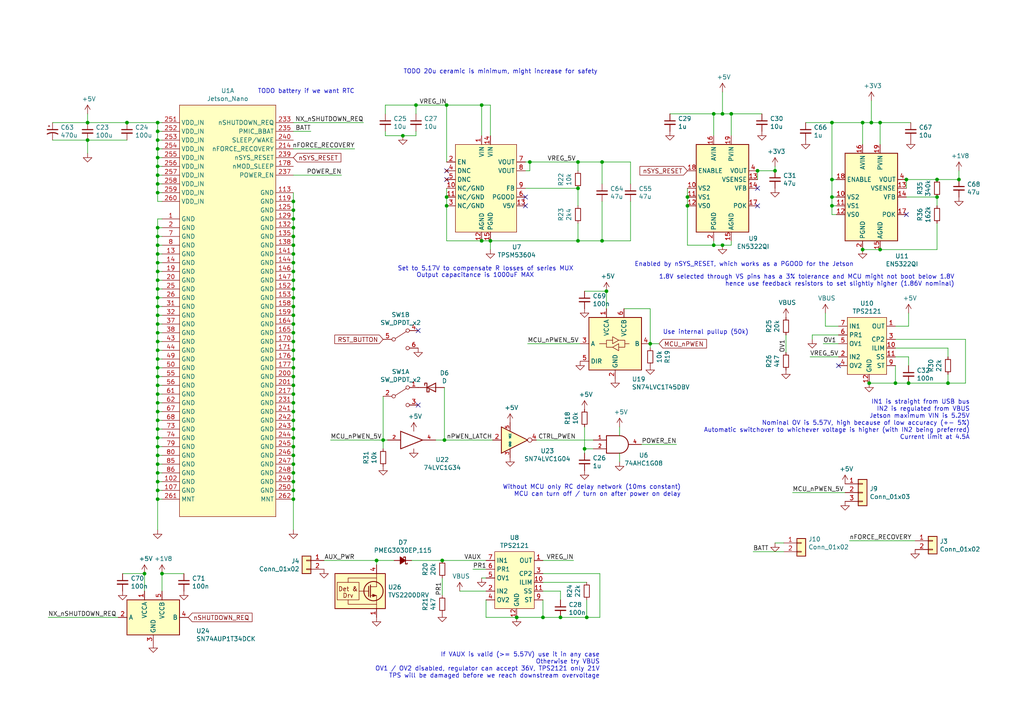
<source format=kicad_sch>
(kicad_sch (version 20200608) (host eeschema "5.99.0-unknown-9d78aa6~101~ubuntu18.04.1")
  (page 2 6)
  (paper "A4")
  (junction (at 25.4 35.56))
  (junction (at 25.4 40.64))
  (junction (at 36.83 35.56))
  (junction (at 41.91 166.37))
  (junction (at 45.72 35.56))
  (junction (at 45.72 38.1))
  (junction (at 45.72 40.64))
  (junction (at 45.72 43.18))
  (junction (at 45.72 45.72))
  (junction (at 45.72 48.26))
  (junction (at 45.72 50.8))
  (junction (at 45.72 53.34))
  (junction (at 45.72 55.88))
  (junction (at 45.72 66.04))
  (junction (at 45.72 68.58))
  (junction (at 45.72 71.12))
  (junction (at 45.72 73.66))
  (junction (at 45.72 76.2))
  (junction (at 45.72 78.74))
  (junction (at 45.72 81.28))
  (junction (at 45.72 83.82))
  (junction (at 45.72 86.36))
  (junction (at 45.72 88.9))
  (junction (at 45.72 91.44))
  (junction (at 45.72 93.98))
  (junction (at 45.72 96.52))
  (junction (at 45.72 99.06))
  (junction (at 45.72 101.6))
  (junction (at 45.72 104.14))
  (junction (at 45.72 106.68))
  (junction (at 45.72 109.22))
  (junction (at 45.72 111.76))
  (junction (at 45.72 114.3))
  (junction (at 45.72 116.84))
  (junction (at 45.72 119.38))
  (junction (at 45.72 121.92))
  (junction (at 45.72 124.46))
  (junction (at 45.72 127))
  (junction (at 45.72 129.54))
  (junction (at 45.72 132.08))
  (junction (at 45.72 134.62))
  (junction (at 45.72 137.16))
  (junction (at 45.72 139.7))
  (junction (at 45.72 142.24))
  (junction (at 45.72 144.78))
  (junction (at 46.99 166.37))
  (junction (at 85.09 58.42))
  (junction (at 85.09 60.96))
  (junction (at 85.09 63.5))
  (junction (at 85.09 66.04))
  (junction (at 85.09 68.58))
  (junction (at 85.09 71.12))
  (junction (at 85.09 73.66))
  (junction (at 85.09 76.2))
  (junction (at 85.09 78.74))
  (junction (at 85.09 81.28))
  (junction (at 85.09 83.82))
  (junction (at 85.09 86.36))
  (junction (at 85.09 88.9))
  (junction (at 85.09 91.44))
  (junction (at 85.09 93.98))
  (junction (at 85.09 96.52))
  (junction (at 85.09 99.06))
  (junction (at 85.09 101.6))
  (junction (at 85.09 104.14))
  (junction (at 85.09 106.68))
  (junction (at 85.09 109.22))
  (junction (at 85.09 111.76))
  (junction (at 85.09 114.3))
  (junction (at 85.09 116.84))
  (junction (at 85.09 119.38))
  (junction (at 85.09 121.92))
  (junction (at 85.09 124.46))
  (junction (at 85.09 127))
  (junction (at 85.09 129.54))
  (junction (at 85.09 132.08))
  (junction (at 85.09 134.62))
  (junction (at 85.09 137.16))
  (junction (at 85.09 139.7))
  (junction (at 85.09 142.24))
  (junction (at 85.09 144.78))
  (junction (at 109.22 162.56))
  (junction (at 111.125 127.635))
  (junction (at 116.84 39.37))
  (junction (at 120.65 30.48))
  (junction (at 128.27 162.56))
  (junction (at 128.905 127.635))
  (junction (at 129.54 30.48))
  (junction (at 129.54 57.15))
  (junction (at 129.54 59.69))
  (junction (at 139.7 30.48))
  (junction (at 139.7 69.85))
  (junction (at 142.24 69.85))
  (junction (at 149.86 179.07))
  (junction (at 153.67 46.99))
  (junction (at 157.48 179.07))
  (junction (at 162.56 179.07))
  (junction (at 167.64 46.99))
  (junction (at 167.64 54.61))
  (junction (at 167.64 69.85))
  (junction (at 169.545 130.175))
  (junction (at 170.18 179.07))
  (junction (at 174.625 46.99))
  (junction (at 174.625 69.85))
  (junction (at 175.895 84.455))
  (junction (at 188.595 99.695))
  (junction (at 199.39 57.15))
  (junction (at 199.39 59.69))
  (junction (at 207.01 33.02))
  (junction (at 207.01 71.12))
  (junction (at 209.55 33.02))
  (junction (at 209.55 71.12))
  (junction (at 212.09 33.02))
  (junction (at 219.71 49.53))
  (junction (at 224.79 49.53))
  (junction (at 241.3 35.56))
  (junction (at 241.3 52.07))
  (junction (at 241.3 57.15))
  (junction (at 241.3 59.69))
  (junction (at 250.19 35.56))
  (junction (at 250.19 72.39))
  (junction (at 252.095 111.125))
  (junction (at 252.73 35.56))
  (junction (at 255.27 35.56))
  (junction (at 255.27 72.39))
  (junction (at 259.715 111.125))
  (junction (at 262.89 52.07))
  (junction (at 263.525 111.125))
  (junction (at 271.78 52.07))
  (junction (at 271.78 57.15))
  (junction (at 274.955 111.125))
  (junction (at 278.13 52.07))
  (no_connect (at 129.54 52.07))
  (no_connect (at 262.89 62.23))
  (no_connect (at 121.285 117.475))
  (no_connect (at 121.285 95.885))
  (no_connect (at 219.71 54.61))
  (no_connect (at 243.205 106.045))
  (no_connect (at 129.54 49.53))
  (no_connect (at 152.4 57.15))
  (no_connect (at 219.71 59.69))
  (no_connect (at 152.4 59.69))
  (wire (pts (xy 13.97 179.07) (xy 34.29 179.07)))
  (wire (pts (xy 15.24 35.56) (xy 25.4 35.56)))
  (wire (pts (xy 15.24 40.64) (xy 25.4 40.64)))
  (wire (pts (xy 25.4 33.02) (xy 25.4 35.56)))
  (wire (pts (xy 25.4 35.56) (xy 36.83 35.56)))
  (wire (pts (xy 25.4 40.64) (xy 25.4 44.45)))
  (wire (pts (xy 25.4 40.64) (xy 36.83 40.64)))
  (wire (pts (xy 35.56 166.37) (xy 41.91 166.37)))
  (wire (pts (xy 36.83 35.56) (xy 45.72 35.56)))
  (wire (pts (xy 41.91 166.37) (xy 41.91 171.45)))
  (wire (pts (xy 45.72 35.56) (xy 45.72 38.1)))
  (wire (pts (xy 45.72 35.56) (xy 46.99 35.56)))
  (wire (pts (xy 45.72 38.1) (xy 45.72 40.64)))
  (wire (pts (xy 45.72 38.1) (xy 46.99 38.1)))
  (wire (pts (xy 45.72 40.64) (xy 45.72 43.18)))
  (wire (pts (xy 45.72 40.64) (xy 46.99 40.64)))
  (wire (pts (xy 45.72 43.18) (xy 45.72 45.72)))
  (wire (pts (xy 45.72 43.18) (xy 46.99 43.18)))
  (wire (pts (xy 45.72 45.72) (xy 45.72 48.26)))
  (wire (pts (xy 45.72 45.72) (xy 46.99 45.72)))
  (wire (pts (xy 45.72 48.26) (xy 45.72 50.8)))
  (wire (pts (xy 45.72 48.26) (xy 46.99 48.26)))
  (wire (pts (xy 45.72 50.8) (xy 45.72 53.34)))
  (wire (pts (xy 45.72 50.8) (xy 46.99 50.8)))
  (wire (pts (xy 45.72 53.34) (xy 45.72 55.88)))
  (wire (pts (xy 45.72 53.34) (xy 46.99 53.34)))
  (wire (pts (xy 45.72 55.88) (xy 45.72 58.42)))
  (wire (pts (xy 45.72 55.88) (xy 46.99 55.88)))
  (wire (pts (xy 45.72 58.42) (xy 46.99 58.42)))
  (wire (pts (xy 45.72 63.5) (xy 45.72 66.04)))
  (wire (pts (xy 45.72 63.5) (xy 46.99 63.5)))
  (wire (pts (xy 45.72 66.04) (xy 45.72 68.58)))
  (wire (pts (xy 45.72 66.04) (xy 46.99 66.04)))
  (wire (pts (xy 45.72 68.58) (xy 45.72 71.12)))
  (wire (pts (xy 45.72 68.58) (xy 46.99 68.58)))
  (wire (pts (xy 45.72 71.12) (xy 45.72 73.66)))
  (wire (pts (xy 45.72 71.12) (xy 46.99 71.12)))
  (wire (pts (xy 45.72 73.66) (xy 45.72 76.2)))
  (wire (pts (xy 45.72 73.66) (xy 46.99 73.66)))
  (wire (pts (xy 45.72 76.2) (xy 45.72 78.74)))
  (wire (pts (xy 45.72 76.2) (xy 46.99 76.2)))
  (wire (pts (xy 45.72 78.74) (xy 45.72 81.28)))
  (wire (pts (xy 45.72 78.74) (xy 46.99 78.74)))
  (wire (pts (xy 45.72 81.28) (xy 45.72 83.82)))
  (wire (pts (xy 45.72 81.28) (xy 46.99 81.28)))
  (wire (pts (xy 45.72 83.82) (xy 45.72 86.36)))
  (wire (pts (xy 45.72 83.82) (xy 46.99 83.82)))
  (wire (pts (xy 45.72 86.36) (xy 45.72 88.9)))
  (wire (pts (xy 45.72 86.36) (xy 46.99 86.36)))
  (wire (pts (xy 45.72 88.9) (xy 45.72 91.44)))
  (wire (pts (xy 45.72 88.9) (xy 46.99 88.9)))
  (wire (pts (xy 45.72 91.44) (xy 45.72 93.98)))
  (wire (pts (xy 45.72 91.44) (xy 46.99 91.44)))
  (wire (pts (xy 45.72 93.98) (xy 45.72 96.52)))
  (wire (pts (xy 45.72 93.98) (xy 46.99 93.98)))
  (wire (pts (xy 45.72 96.52) (xy 45.72 99.06)))
  (wire (pts (xy 45.72 96.52) (xy 46.99 96.52)))
  (wire (pts (xy 45.72 99.06) (xy 45.72 101.6)))
  (wire (pts (xy 45.72 99.06) (xy 46.99 99.06)))
  (wire (pts (xy 45.72 101.6) (xy 45.72 104.14)))
  (wire (pts (xy 45.72 101.6) (xy 46.99 101.6)))
  (wire (pts (xy 45.72 104.14) (xy 45.72 106.68)))
  (wire (pts (xy 45.72 104.14) (xy 46.99 104.14)))
  (wire (pts (xy 45.72 106.68) (xy 45.72 109.22)))
  (wire (pts (xy 45.72 106.68) (xy 46.99 106.68)))
  (wire (pts (xy 45.72 109.22) (xy 45.72 111.76)))
  (wire (pts (xy 45.72 109.22) (xy 46.99 109.22)))
  (wire (pts (xy 45.72 111.76) (xy 45.72 114.3)))
  (wire (pts (xy 45.72 111.76) (xy 46.99 111.76)))
  (wire (pts (xy 45.72 114.3) (xy 45.72 116.84)))
  (wire (pts (xy 45.72 114.3) (xy 46.99 114.3)))
  (wire (pts (xy 45.72 116.84) (xy 45.72 119.38)))
  (wire (pts (xy 45.72 116.84) (xy 46.99 116.84)))
  (wire (pts (xy 45.72 119.38) (xy 45.72 121.92)))
  (wire (pts (xy 45.72 119.38) (xy 46.99 119.38)))
  (wire (pts (xy 45.72 121.92) (xy 45.72 124.46)))
  (wire (pts (xy 45.72 121.92) (xy 46.99 121.92)))
  (wire (pts (xy 45.72 124.46) (xy 45.72 127)))
  (wire (pts (xy 45.72 124.46) (xy 46.99 124.46)))
  (wire (pts (xy 45.72 127) (xy 45.72 129.54)))
  (wire (pts (xy 45.72 127) (xy 46.99 127)))
  (wire (pts (xy 45.72 129.54) (xy 45.72 132.08)))
  (wire (pts (xy 45.72 129.54) (xy 46.99 129.54)))
  (wire (pts (xy 45.72 132.08) (xy 45.72 134.62)))
  (wire (pts (xy 45.72 132.08) (xy 46.99 132.08)))
  (wire (pts (xy 45.72 134.62) (xy 45.72 137.16)))
  (wire (pts (xy 45.72 134.62) (xy 46.99 134.62)))
  (wire (pts (xy 45.72 137.16) (xy 45.72 139.7)))
  (wire (pts (xy 45.72 137.16) (xy 46.99 137.16)))
  (wire (pts (xy 45.72 139.7) (xy 45.72 142.24)))
  (wire (pts (xy 45.72 139.7) (xy 46.99 139.7)))
  (wire (pts (xy 45.72 142.24) (xy 45.72 144.78)))
  (wire (pts (xy 45.72 142.24) (xy 46.99 142.24)))
  (wire (pts (xy 45.72 144.78) (xy 45.72 153.67)))
  (wire (pts (xy 45.72 144.78) (xy 46.99 144.78)))
  (wire (pts (xy 46.99 166.37) (xy 46.99 171.45)))
  (wire (pts (xy 46.99 166.37) (xy 53.34 166.37)))
  (wire (pts (xy 85.09 35.56) (xy 105.41 35.56)))
  (wire (pts (xy 85.09 38.1) (xy 90.17 38.1)))
  (wire (pts (xy 85.09 43.18) (xy 102.87 43.18)))
  (wire (pts (xy 85.09 50.8) (xy 99.06 50.8)))
  (wire (pts (xy 85.09 55.88) (xy 85.09 58.42)))
  (wire (pts (xy 85.09 58.42) (xy 85.09 60.96)))
  (wire (pts (xy 85.09 60.96) (xy 85.09 63.5)))
  (wire (pts (xy 85.09 63.5) (xy 85.09 66.04)))
  (wire (pts (xy 85.09 66.04) (xy 85.09 68.58)))
  (wire (pts (xy 85.09 68.58) (xy 85.09 71.12)))
  (wire (pts (xy 85.09 71.12) (xy 85.09 73.66)))
  (wire (pts (xy 85.09 73.66) (xy 85.09 76.2)))
  (wire (pts (xy 85.09 76.2) (xy 85.09 78.74)))
  (wire (pts (xy 85.09 78.74) (xy 85.09 81.28)))
  (wire (pts (xy 85.09 81.28) (xy 85.09 83.82)))
  (wire (pts (xy 85.09 83.82) (xy 85.09 86.36)))
  (wire (pts (xy 85.09 86.36) (xy 85.09 88.9)))
  (wire (pts (xy 85.09 88.9) (xy 85.09 91.44)))
  (wire (pts (xy 85.09 91.44) (xy 85.09 93.98)))
  (wire (pts (xy 85.09 93.98) (xy 85.09 96.52)))
  (wire (pts (xy 85.09 96.52) (xy 85.09 99.06)))
  (wire (pts (xy 85.09 99.06) (xy 85.09 101.6)))
  (wire (pts (xy 85.09 101.6) (xy 85.09 104.14)))
  (wire (pts (xy 85.09 104.14) (xy 85.09 106.68)))
  (wire (pts (xy 85.09 106.68) (xy 85.09 109.22)))
  (wire (pts (xy 85.09 109.22) (xy 85.09 111.76)))
  (wire (pts (xy 85.09 111.76) (xy 85.09 114.3)))
  (wire (pts (xy 85.09 114.3) (xy 85.09 116.84)))
  (wire (pts (xy 85.09 116.84) (xy 85.09 119.38)))
  (wire (pts (xy 85.09 119.38) (xy 85.09 121.92)))
  (wire (pts (xy 85.09 121.92) (xy 85.09 124.46)))
  (wire (pts (xy 85.09 124.46) (xy 85.09 127)))
  (wire (pts (xy 85.09 127) (xy 85.09 129.54)))
  (wire (pts (xy 85.09 129.54) (xy 85.09 132.08)))
  (wire (pts (xy 85.09 132.08) (xy 85.09 134.62)))
  (wire (pts (xy 85.09 134.62) (xy 85.09 137.16)))
  (wire (pts (xy 85.09 137.16) (xy 85.09 139.7)))
  (wire (pts (xy 85.09 139.7) (xy 85.09 142.24)))
  (wire (pts (xy 85.09 142.24) (xy 85.09 144.78)))
  (wire (pts (xy 85.09 144.78) (xy 85.09 153.67)))
  (wire (pts (xy 93.98 162.56) (xy 109.22 162.56)))
  (wire (pts (xy 95.885 127.635) (xy 111.125 127.635)))
  (wire (pts (xy 109.22 162.56) (xy 109.22 163.83)))
  (wire (pts (xy 109.22 162.56) (xy 114.3 162.56)))
  (wire (pts (xy 111.125 114.935) (xy 111.125 127.635)))
  (wire (pts (xy 111.125 127.635) (xy 111.125 130.175)))
  (wire (pts (xy 111.125 127.635) (xy 112.395 127.635)))
  (wire (pts (xy 111.76 30.48) (xy 111.76 33.02)))
  (wire (pts (xy 111.76 39.37) (xy 111.76 38.1)))
  (wire (pts (xy 111.76 39.37) (xy 116.84 39.37)))
  (wire (pts (xy 116.84 39.37) (xy 120.65 39.37)))
  (wire (pts (xy 119.38 162.56) (xy 128.27 162.56)))
  (wire (pts (xy 120.65 30.48) (xy 111.76 30.48)))
  (wire (pts (xy 120.65 30.48) (xy 120.65 33.02)))
  (wire (pts (xy 120.65 39.37) (xy 120.65 38.1)))
  (wire (pts (xy 126.365 127.635) (xy 128.905 127.635)))
  (wire (pts (xy 128.27 162.56) (xy 140.97 162.56)))
  (wire (pts (xy 128.27 167.64) (xy 128.27 172.72)))
  (wire (pts (xy 128.905 127.635) (xy 128.905 112.395)))
  (wire (pts (xy 128.905 127.635) (xy 142.875 127.635)))
  (wire (pts (xy 129.54 30.48) (xy 120.65 30.48)))
  (wire (pts (xy 129.54 30.48) (xy 129.54 46.99)))
  (wire (pts (xy 129.54 54.61) (xy 129.54 57.15)))
  (wire (pts (xy 129.54 57.15) (xy 129.54 59.69)))
  (wire (pts (xy 129.54 59.69) (xy 129.54 69.85)))
  (wire (pts (xy 133.35 171.45) (xy 140.97 171.45)))
  (wire (pts (xy 137.16 165.1) (xy 140.97 165.1)))
  (wire (pts (xy 139.7 30.48) (xy 129.54 30.48)))
  (wire (pts (xy 139.7 39.37) (xy 139.7 30.48)))
  (wire (pts (xy 139.7 69.85) (xy 129.54 69.85)))
  (wire (pts (xy 139.7 167.64) (xy 140.97 167.64)))
  (wire (pts (xy 140.97 179.07) (xy 140.97 173.99)))
  (wire (pts (xy 142.24 30.48) (xy 139.7 30.48)))
  (wire (pts (xy 142.24 39.37) (xy 142.24 30.48)))
  (wire (pts (xy 142.24 69.85) (xy 139.7 69.85)))
  (wire (pts (xy 142.24 69.85) (xy 142.24 72.39)))
  (wire (pts (xy 149.86 179.07) (xy 140.97 179.07)))
  (wire (pts (xy 149.86 179.07) (xy 157.48 179.07)))
  (wire (pts (xy 152.4 46.99) (xy 153.67 46.99)))
  (wire (pts (xy 152.4 49.53) (xy 153.67 49.53)))
  (wire (pts (xy 152.4 54.61) (xy 167.64 54.61)))
  (wire (pts (xy 153.035 99.695) (xy 168.275 99.695)))
  (wire (pts (xy 153.67 46.99) (xy 167.64 46.99)))
  (wire (pts (xy 153.67 49.53) (xy 153.67 46.99)))
  (wire (pts (xy 155.575 127.635) (xy 172.085 127.635)))
  (wire (pts (xy 157.48 162.56) (xy 166.37 162.56)))
  (wire (pts (xy 157.48 166.37) (xy 173.99 166.37)))
  (wire (pts (xy 157.48 168.91) (xy 170.18 168.91)))
  (wire (pts (xy 157.48 171.45) (xy 162.56 171.45)))
  (wire (pts (xy 157.48 173.99) (xy 157.48 179.07)))
  (wire (pts (xy 157.48 179.07) (xy 162.56 179.07)))
  (wire (pts (xy 162.56 171.45) (xy 162.56 173.99)))
  (wire (pts (xy 162.56 179.07) (xy 170.18 179.07)))
  (wire (pts (xy 167.64 46.99) (xy 167.64 49.53)))
  (wire (pts (xy 167.64 46.99) (xy 174.625 46.99)))
  (wire (pts (xy 167.64 54.61) (xy 167.64 59.69)))
  (wire (pts (xy 167.64 64.77) (xy 167.64 69.85)))
  (wire (pts (xy 167.64 69.85) (xy 142.24 69.85)))
  (wire (pts (xy 167.64 69.85) (xy 174.625 69.85)))
  (wire (pts (xy 169.545 84.455) (xy 175.895 84.455)))
  (wire (pts (xy 169.545 123.825) (xy 169.545 130.175)))
  (wire (pts (xy 169.545 130.175) (xy 169.545 131.445)))
  (wire (pts (xy 169.545 130.175) (xy 172.085 130.175)))
  (wire (pts (xy 170.18 173.99) (xy 170.18 179.07)))
  (wire (pts (xy 170.18 179.07) (xy 173.99 179.07)))
  (wire (pts (xy 173.99 166.37) (xy 173.99 179.07)))
  (wire (pts (xy 174.625 46.99) (xy 182.88 46.99)))
  (wire (pts (xy 174.625 53.34) (xy 174.625 46.99)))
  (wire (pts (xy 174.625 58.42) (xy 174.625 69.85)))
  (wire (pts (xy 174.625 69.85) (xy 182.88 69.85)))
  (wire (pts (xy 175.895 84.455) (xy 175.895 89.535)))
  (wire (pts (xy 179.705 123.825) (xy 179.705 126.365)))
  (wire (pts (xy 179.705 131.445) (xy 179.705 133.985)))
  (wire (pts (xy 180.975 89.535) (xy 188.595 89.535)))
  (wire (pts (xy 182.88 46.99) (xy 182.88 53.34)))
  (wire (pts (xy 182.88 58.42) (xy 182.88 69.85)))
  (wire (pts (xy 186.055 128.905) (xy 196.215 128.905)))
  (wire (pts (xy 188.595 89.535) (xy 188.595 99.695)))
  (wire (pts (xy 188.595 99.695) (xy 188.595 100.965)))
  (wire (pts (xy 188.595 99.695) (xy 191.135 99.695)))
  (wire (pts (xy 194.31 33.02) (xy 207.01 33.02)))
  (wire (pts (xy 199.39 54.61) (xy 199.39 57.15)))
  (wire (pts (xy 199.39 57.15) (xy 199.39 59.69)))
  (wire (pts (xy 199.39 59.69) (xy 199.39 71.12)))
  (wire (pts (xy 199.39 71.12) (xy 207.01 71.12)))
  (wire (pts (xy 207.01 39.37) (xy 207.01 33.02)))
  (wire (pts (xy 207.01 69.85) (xy 207.01 71.12)))
  (wire (pts (xy 207.01 71.12) (xy 209.55 71.12)))
  (wire (pts (xy 209.55 26.67) (xy 209.55 33.02)))
  (wire (pts (xy 209.55 33.02) (xy 207.01 33.02)))
  (wire (pts (xy 209.55 71.12) (xy 212.09 71.12)))
  (wire (pts (xy 212.09 33.02) (xy 209.55 33.02)))
  (wire (pts (xy 212.09 33.02) (xy 220.98 33.02)))
  (wire (pts (xy 212.09 39.37) (xy 212.09 33.02)))
  (wire (pts (xy 212.09 69.85) (xy 212.09 71.12)))
  (wire (pts (xy 218.44 160.02) (xy 227.33 160.02)))
  (wire (pts (xy 219.71 49.53) (xy 219.71 52.07)))
  (wire (pts (xy 219.71 49.53) (xy 224.79 49.53)))
  (wire (pts (xy 224.79 48.26) (xy 224.79 49.53)))
  (wire (pts (xy 224.79 157.48) (xy 227.33 157.48)))
  (wire (pts (xy 227.965 97.155) (xy 227.965 102.235)))
  (wire (pts (xy 229.87 142.875) (xy 245.11 142.875)))
  (wire (pts (xy 233.68 35.56) (xy 241.3 35.56)))
  (wire (pts (xy 234.95 103.505) (xy 243.205 103.505)))
  (wire (pts (xy 235.585 97.155) (xy 243.205 97.155)))
  (wire (pts (xy 235.585 98.425) (xy 235.585 97.155)))
  (wire (pts (xy 238.76 99.695) (xy 243.205 99.695)))
  (wire (pts (xy 239.395 94.615) (xy 239.395 90.805)))
  (wire (pts (xy 241.3 35.56) (xy 241.3 52.07)))
  (wire (pts (xy 241.3 35.56) (xy 250.19 35.56)))
  (wire (pts (xy 241.3 52.07) (xy 241.3 57.15)))
  (wire (pts (xy 241.3 52.07) (xy 242.57 52.07)))
  (wire (pts (xy 241.3 57.15) (xy 241.3 59.69)))
  (wire (pts (xy 241.3 57.15) (xy 242.57 57.15)))
  (wire (pts (xy 241.3 59.69) (xy 241.3 62.23)))
  (wire (pts (xy 241.3 59.69) (xy 242.57 59.69)))
  (wire (pts (xy 241.3 62.23) (xy 242.57 62.23)))
  (wire (pts (xy 243.205 94.615) (xy 239.395 94.615)))
  (wire (pts (xy 246.38 156.845) (xy 265.43 156.845)))
  (wire (pts (xy 250.19 41.91) (xy 250.19 35.56)))
  (wire (pts (xy 250.19 72.39) (xy 255.27 72.39)))
  (wire (pts (xy 252.73 29.21) (xy 252.73 35.56)))
  (wire (pts (xy 252.73 35.56) (xy 250.19 35.56)))
  (wire (pts (xy 255.27 35.56) (xy 252.73 35.56)))
  (wire (pts (xy 255.27 35.56) (xy 264.16 35.56)))
  (wire (pts (xy 255.27 41.91) (xy 255.27 35.56)))
  (wire (pts (xy 255.27 72.39) (xy 271.78 72.39)))
  (wire (pts (xy 259.715 94.615) (xy 263.525 94.615)))
  (wire (pts (xy 259.715 98.425) (xy 280.035 98.425)))
  (wire (pts (xy 259.715 100.965) (xy 274.955 100.965)))
  (wire (pts (xy 259.715 103.505) (xy 263.525 103.505)))
  (wire (pts (xy 259.715 106.045) (xy 259.715 111.125)))
  (wire (pts (xy 259.715 111.125) (xy 252.095 111.125)))
  (wire (pts (xy 259.715 111.125) (xy 263.525 111.125)))
  (wire (pts (xy 262.89 52.07) (xy 262.89 54.61)))
  (wire (pts (xy 262.89 52.07) (xy 271.78 52.07)))
  (wire (pts (xy 262.89 57.15) (xy 271.78 57.15)))
  (wire (pts (xy 263.525 94.615) (xy 263.525 90.805)))
  (wire (pts (xy 263.525 103.505) (xy 263.525 106.045)))
  (wire (pts (xy 263.525 111.125) (xy 274.955 111.125)))
  (wire (pts (xy 271.78 52.07) (xy 278.13 52.07)))
  (wire (pts (xy 271.78 57.15) (xy 271.78 59.69)))
  (wire (pts (xy 271.78 64.77) (xy 271.78 72.39)))
  (wire (pts (xy 274.955 100.965) (xy 274.955 103.505)))
  (wire (pts (xy 274.955 111.125) (xy 274.955 108.585)))
  (wire (pts (xy 278.13 49.53) (xy 278.13 52.07)))
  (wire (pts (xy 280.035 98.425) (xy 280.035 111.125)))
  (wire (pts (xy 280.035 111.125) (xy 274.955 111.125)))
  (text "TODO battery if we want RTC" (at 102.87 27.305 180) (effects (font (size 1.27 1.27)) (justify right bottom)))
  (text "Output capacitance is 1000uF MAX" (at 154.94 80.645 180) (effects (font (size 1.27 1.27)) (justify right bottom)))
  (text "Set to 5.17V to compensate R losses of series MUX" (at 166.37 78.74 180) (effects (font (size 1.27 1.27)) (justify right bottom)))
  (text "TODO 20u ceramic is minimum, might increase for safety" (at 173.355 21.59 0) (effects (font (size 1.27 1.27)) (justify right bottom)))
  (text "If VAUX is valid (>= 5.57V) use it in any case\nOtherwise try VBUS\nOV1 / OV2 disabled, regulator can accept 36V, TPS2121 only 21V\nTPS will be damaged before we reach downstream overvoltage" (at 173.99 196.85 0) (effects (font (size 1.27 1.27)) (justify right bottom)))
  (text "Without MCU only RC delay network (10ms constant)\nMCU can turn off / turn on after power on delay" (at 197.485 144.145 0) (effects (font (size 1.27 1.27)) (justify right bottom)))
  (text "Use internal pullup (50k)" (at 217.17 97.155 180) (effects (font (size 1.27 1.27)) (justify right bottom)))
  (text "Enabled by nSYS_RESET, which works as a PGOOD for the Jetson" (at 247.65 77.47 0) (effects (font (size 1.27 1.27)) (justify right bottom)))
  (text "1.8V selected through VS pins has a 3% tolerance and MCU might not boot below 1.8V\nhence use feedback resistors to set slightly higher (1.86V nominal)" (at 276.86 83.185 0) (effects (font (size 1.27 1.27)) (justify right bottom)))
  (text "IN1 is straight from USB bus\nIN2 is regulated from VBUS\nJetson maximum VIN is 5.25V\nNominal OV is 5.57V, high because of low accuracy (+- 5%)\nAutomatic switchover to whichever voltage is higher (with IN2 being preferred)\nCurrent limit at 4.5A" (at 281.305 127.635 0) (effects (font (size 1.27 1.27)) (justify right bottom)))
  (label "NX_nSHUTDOWN_REQ" (at 13.97 179.07 0))
  (label "BATT" (at 90.17 38.1 180))
  (label "MCU_nPWEN_5V" (at 95.885 127.635 0))
  (label "POWER_EN" (at 99.06 50.8 180))
  (label "nFORCE_RECOVERY" (at 102.87 43.18 180))
  (label "AUX_PWR" (at 102.87 162.56 180))
  (label "NX_nSHUTDOWN_REQ" (at 105.41 35.56 180))
  (label "PR1" (at 128.27 172.72 90))
  (label "VREG_IN" (at 129.54 30.48 180))
  (label "nPWEN_LATCH" (at 129.54 127.635 0))
  (label "VAUX" (at 134.62 162.56 0))
  (label "PR1" (at 137.16 165.1 0))
  (label "MCU_nPWEN_5V" (at 153.035 99.695 0))
  (label "VREG_IN" (at 166.37 162.56 180))
  (label "VREG_5V" (at 167.005 46.99 180))
  (label "CTRL_PWEN" (at 167.005 127.635 180))
  (label "POWER_EN" (at 196.215 128.905 180))
  (label "BATT" (at 218.44 160.02 0))
  (label "OV1" (at 227.965 102.235 90))
  (label "MCU_nPWEN_5V" (at 229.87 142.875 0))
  (label "VREG_5V" (at 234.95 103.505 0))
  (label "OV1" (at 238.76 99.695 0))
  (label "nFORCE_RECOVERY" (at 246.38 156.845 0))
  (global_label "nSHUTDOWN_REQ" (shape input) (at 54.61 179.07 0))
  (global_label "nSYS_RESET" (shape input) (at 85.09 45.72 0))
  (global_label "RST_BUTTON" (shape input) (at 111.125 98.425 180))
  (global_label "MCU_nPWEN" (shape input) (at 191.135 99.695 0))
  (global_label "nSYS_RESET" (shape input) (at 199.39 49.53 180))
  (symbol (lib_id "power:+5V") (at 25.4 33.02 0) (unit 1)
    (property "Reference" "#PWR0146" (effects hide))
    (property "Value" "+5V" (at 25.781 28.702 0))
  )
  (symbol (lib_id "power:+5V") (at 41.91 166.37 0) (unit 1)
    (property "Reference" "#PWR0162" (effects hide))
    (property "Value" "+5V" (at 42.291 162.052 0))
  )
  (symbol (lib_id "power:+1V8") (at 46.99 166.37 0) (unit 1)
    (property "Reference" "#PWR0163" (effects hide))
    (property "Value" "+1V8" (at 47.3583 162.0456 0))
  )
  (symbol (lib_id "power:+5V") (at 120.015 125.095 0) (unit 1)
    (property "Reference" "#PWR0227" (effects hide))
    (property "Value" "+5V" (at 120.396 120.777 0))
  )
  (symbol (lib_id "power:VBUS") (at 133.35 171.45 0) (unit 1)
    (property "Reference" "#PWR0152" (effects hide))
    (property "Value" "VBUS" (at 133.731 167.132 0))
  )
  (symbol (lib_id "power:+5V") (at 147.955 122.555 0) (unit 1)
    (property "Reference" "#PWR0230" (effects hide))
    (property "Value" "+5V" (at 148.336 118.237 0))
  )
  (symbol (lib_id "power:+5V") (at 169.545 118.745 0) (unit 1)
    (property "Reference" "#PWR0174" (effects hide))
    (property "Value" "+5V" (at 169.926 114.427 0))
  )
  (symbol (lib_id "power:+5V") (at 175.895 84.455 0) (unit 1)
    (property "Reference" "#PWR0198" (effects hide))
    (property "Value" "+5V" (at 176.276 80.137 0))
  )
  (symbol (lib_id "power:+5V") (at 179.705 123.825 0) (unit 1)
    (property "Reference" "#PWR0196" (effects hide))
    (property "Value" "+5V" (at 180.086 119.507 0))
  )
  (symbol (lib_id "power:+5V") (at 209.55 26.67 0) (unit 1)
    (property "Reference" "#PWR0134" (effects hide))
    (property "Value" "+5V" (at 209.931 22.352 0))
  )
  (symbol (lib_id "power:+3V3") (at 224.79 48.26 0) (unit 1)
    (property "Reference" "#PWR0175" (effects hide))
    (property "Value" "+3V3" (at 225.171 43.942 0))
  )
  (symbol (lib_id "power:VBUS") (at 227.965 92.075 0) (unit 1)
    (property "Reference" "#PWR0158" (effects hide))
    (property "Value" "VBUS" (at 228.346 87.757 0))
  )
  (symbol (lib_id "power:VBUS") (at 239.395 90.805 0) (unit 1)
    (property "Reference" "#PWR0143" (effects hide))
    (property "Value" "VBUS" (at 239.776 86.487 0))
  )
  (symbol (lib_id "power:+5V") (at 245.11 140.335 0) (unit 1)
    (property "Reference" "#PWR0244" (effects hide))
    (property "Value" "+5V" (at 245.491 136.017 0))
  )
  (symbol (lib_id "power:+3V3") (at 252.73 29.21 0) (unit 1)
    (property "Reference" "#PWR0126" (effects hide))
    (property "Value" "+3V3" (at 253.111 24.892 0))
  )
  (symbol (lib_id "power:+5V") (at 263.525 90.805 0) (unit 1)
    (property "Reference" "#PWR0141" (effects hide))
    (property "Value" "+5V" (at 263.906 86.487 0))
  )
  (symbol (lib_id "power:+1V8") (at 278.13 49.53 0) (unit 1)
    (property "Reference" "#PWR0232" (effects hide))
    (property "Value" "+1V8" (at 278.4983 45.2056 0))
  )
  (symbol (lib_id "power:GND") (at 25.4 44.45 0) (unit 1)
    (property "Reference" "#PWR0147" (effects hide))
    (property "Value" "GND" (effects hide))
  )
  (symbol (lib_id "power:GND") (at 35.56 171.45 0) (unit 1)
    (property "Reference" "#PWR0139" (effects hide))
    (property "Value" "GND" (effects hide))
  )
  (symbol (lib_id "power:GND") (at 44.45 186.69 0) (unit 1)
    (property "Reference" "#PWR0164" (effects hide))
    (property "Value" "GND" (effects hide))
  )
  (symbol (lib_id "power:GND") (at 45.72 153.67 0) (unit 1)
    (property "Reference" "#PWR0102" (effects hide))
    (property "Value" "GND" (effects hide))
  )
  (symbol (lib_id "power:GND") (at 53.34 171.45 0) (unit 1)
    (property "Reference" "#PWR0140" (effects hide))
    (property "Value" "GND" (effects hide))
  )
  (symbol (lib_id "power:GND") (at 85.09 153.67 0) (unit 1)
    (property "Reference" "#PWR0101" (effects hide))
    (property "Value" "GND" (effects hide))
  )
  (symbol (lib_id "power:GND") (at 93.98 165.1 0) (unit 1)
    (property "Reference" "#PWR0151" (effects hide))
    (property "Value" "GND" (effects hide))
  )
  (symbol (lib_id "power:GND") (at 109.22 179.07 0) (unit 1)
    (property "Reference" "#PWR0242" (effects hide))
    (property "Value" "GND" (effects hide))
  )
  (symbol (lib_id "power:GND") (at 111.125 135.255 0) (unit 1)
    (property "Reference" "#PWR0228" (effects hide))
    (property "Value" "GND" (effects hide))
  )
  (symbol (lib_id "power:GND") (at 116.84 39.37 0) (unit 1)
    (property "Reference" "#PWR0156" (effects hide))
    (property "Value" "GND" (effects hide))
  )
  (symbol (lib_id "power:GND") (at 120.015 130.175 0) (unit 1)
    (property "Reference" "#PWR0229" (effects hide))
    (property "Value" "GND" (effects hide))
  )
  (symbol (lib_id "power:GND") (at 121.285 100.965 0) (unit 1)
    (property "Reference" "#PWR0132" (effects hide))
    (property "Value" "GND" (effects hide))
  )
  (symbol (lib_id "power:GND") (at 128.27 177.8 0) (unit 1)
    (property "Reference" "#PWR0155" (effects hide))
    (property "Value" "GND" (effects hide))
  )
  (symbol (lib_id "power:GND") (at 139.7 167.64 0) (unit 1)
    (property "Reference" "#PWR0222" (effects hide))
    (property "Value" "GND" (effects hide))
  )
  (symbol (lib_id "power:GND") (at 142.24 72.39 0) (unit 1)
    (property "Reference" "#PWR0157" (effects hide))
    (property "Value" "GND" (effects hide))
  )
  (symbol (lib_id "power:GND") (at 147.955 132.715 0) (unit 1)
    (property "Reference" "#PWR0231" (effects hide))
    (property "Value" "GND" (effects hide))
  )
  (symbol (lib_id "power:GND") (at 149.86 179.07 0) (unit 1)
    (property "Reference" "#PWR0150" (effects hide))
    (property "Value" "GND" (effects hide))
  )
  (symbol (lib_id "power:GND") (at 168.275 104.775 0) (unit 1)
    (property "Reference" "#PWR0223" (effects hide))
    (property "Value" "GND" (effects hide))
  )
  (symbol (lib_id "power:GND") (at 169.545 89.535 0) (unit 1)
    (property "Reference" "#PWR0224" (effects hide))
    (property "Value" "GND" (effects hide))
  )
  (symbol (lib_id "power:GND") (at 169.545 136.525 0) (unit 1)
    (property "Reference" "#PWR0148" (effects hide))
    (property "Value" "GND" (effects hide))
  )
  (symbol (lib_id "power:GND") (at 178.435 109.855 0) (unit 1)
    (property "Reference" "#PWR0225" (effects hide))
    (property "Value" "GND" (effects hide))
  )
  (symbol (lib_id "power:GND") (at 179.705 133.985 0) (unit 1)
    (property "Reference" "#PWR0149" (effects hide))
    (property "Value" "GND" (effects hide))
  )
  (symbol (lib_id "power:GND") (at 188.595 106.045 0) (unit 1)
    (property "Reference" "#PWR0226" (effects hide))
    (property "Value" "GND" (effects hide))
  )
  (symbol (lib_id "power:GND") (at 194.31 38.1 0) (unit 1)
    (property "Reference" "#PWR0160" (effects hide))
    (property "Value" "GND" (effects hide))
  )
  (symbol (lib_id "power:GND") (at 209.55 71.12 0) (unit 1)
    (property "Reference" "#PWR0131" (effects hide))
    (property "Value" "GND" (effects hide))
  )
  (symbol (lib_id "power:GND") (at 220.98 38.1 0) (unit 1)
    (property "Reference" "#PWR0176" (effects hide))
    (property "Value" "GND" (effects hide))
  )
  (symbol (lib_id "power:GND") (at 224.79 54.61 0) (unit 1)
    (property "Reference" "#PWR0177" (effects hide))
    (property "Value" "GND" (effects hide))
  )
  (symbol (lib_id "power:GND") (at 224.79 157.48 0) (unit 1)
    (property "Reference" "#PWR0241" (effects hide))
    (property "Value" "GND" (effects hide))
  )
  (symbol (lib_id "power:GND") (at 227.965 107.315 0) (unit 1)
    (property "Reference" "#PWR0154" (effects hide))
    (property "Value" "GND" (effects hide))
  )
  (symbol (lib_id "power:GND") (at 233.68 40.64 0) (unit 1)
    (property "Reference" "#PWR0169" (effects hide))
    (property "Value" "GND" (effects hide))
  )
  (symbol (lib_id "power:GND") (at 235.585 98.425 0) (unit 1)
    (property "Reference" "#PWR0144" (effects hide))
    (property "Value" "GND" (effects hide))
  )
  (symbol (lib_id "power:GND") (at 245.11 145.415 0) (unit 1)
    (property "Reference" "#PWR0245" (effects hide))
    (property "Value" "GND" (effects hide))
  )
  (symbol (lib_id "power:GND") (at 250.19 72.39 0) (unit 1)
    (property "Reference" "#PWR0136" (effects hide))
    (property "Value" "GND" (effects hide))
  )
  (symbol (lib_id "power:GND") (at 252.095 111.125 0) (unit 1)
    (property "Reference" "#PWR0142" (effects hide))
    (property "Value" "GND" (effects hide))
  )
  (symbol (lib_id "power:GND") (at 264.16 40.64 0) (unit 1)
    (property "Reference" "#PWR0138" (effects hide))
    (property "Value" "GND" (effects hide))
  )
  (symbol (lib_id "power:GND") (at 265.43 159.385 0) (unit 1)
    (property "Reference" "#PWR0130" (effects hide))
    (property "Value" "GND" (effects hide))
  )
  (symbol (lib_id "power:GND") (at 278.13 57.15 0) (unit 1)
    (property "Reference" "#PWR0137" (effects hide))
    (property "Value" "GND" (effects hide))
  )
  (symbol (lib_id "Device:R_Small") (at 111.125 132.715 0) (unit 1)
    (property "Reference" "R31" (at 106.172 132.715 90))
    (property "Value" "10k" (at 108.4834 132.715 90))
    (property "Footprint" "Resistor_SMD:R_0402_1005Metric" (effects hide))
    (property "D1N" "Digikey" (effects hide))
    (property "D1PN" "P10KDECT-ND" (effects hide))
    (property "MFN" "Panasonic" (effects hide))
    (property "MPN" "ERA-2AED103X" (effects hide))
  )
  (symbol (lib_name "Device:R_Small_5") (lib_id "Device:R_Small") (at 128.27 165.1 0) (unit 1)
    (property "Reference" "R20" (at 123.317 165.1 90))
    (property "Value" "20k" (at 125.6284 165.1 90))
    (property "Footprint" "Resistor_SMD:R_0402_1005Metric" (effects hide))
    (property "D1N" "Digikey" (effects hide))
    (property "D1PN" "P10KDECT-ND" (effects hide))
    (property "MFN" "Panasonic" (effects hide))
    (property "MPN" "ERA-2AED103X" (effects hide))
  )
  (symbol (lib_name "Device:R_Small_6") (lib_id "Device:R_Small") (at 128.27 175.26 0) (unit 1)
    (property "Reference" "R21" (at 123.317 175.26 90))
    (property "Value" "4k7" (at 125.6284 175.26 90))
    (property "Footprint" "Resistor_SMD:R_0402_1005Metric" (effects hide))
    (property "D1N" "Digikey" (effects hide))
    (property "D1PN" "P4.70KLCT-ND" (effects hide))
    (property "MFN" "Panasonic" (effects hide))
    (property "MPN" "ERJ-2RKF4701X" (effects hide))
  )
  (symbol (lib_id "Device:R_Small") (at 167.64 52.07 0) (unit 1)
    (property "Reference" "R22" (at 162.687 52.07 90))
    (property "Value" "10k" (at 164.9984 52.07 90))
    (property "Footprint" "Resistor_SMD:R_0402_1005Metric" (effects hide))
    (property "D1N" "Digikey" (effects hide))
    (property "D1PN" "P10KDECT-ND" (effects hide))
    (property "MFN" "Panasonic" (effects hide))
    (property "MPN" "ERA-2AED103X" (effects hide))
  )
  (symbol (lib_id "Device:R_Small") (at 167.64 62.23 0) (unit 1)
    (property "Reference" "R23" (at 162.687 62.23 90))
    (property "Value" "2k4" (at 164.9984 62.23 90))
    (property "Footprint" "Resistor_SMD:R_0402_1005Metric" (effects hide))
    (property "D1N" "Digikey" (effects hide))
    (property "D1PN" "P2.4KDECT-ND" (effects hide))
    (property "MFN" "Panasonic" (effects hide))
    (property "MPN" "ERA-2AED242X" (effects hide))
  )
  (symbol (lib_id "Device:R_Small") (at 169.545 121.285 0) (unit 1)
    (property "Reference" "R18" (at 164.592 121.285 90))
    (property "Value" "10k" (at 166.9034 121.285 90))
    (property "Footprint" "Resistor_SMD:R_0402_1005Metric" (effects hide))
    (property "D1N" "Digikey" (effects hide))
    (property "D1PN" "P10KDECT-ND" (effects hide))
    (property "MFN" "Panasonic" (effects hide))
    (property "MPN" "ERA-2AED103X" (effects hide))
  )
  (symbol (lib_id "Device:R_Small") (at 170.18 171.45 0) (unit 1)
    (property "Reference" "R24" (at 165.227 171.45 90))
    (property "Value" "22k" (at 167.5384 171.45 90))
    (property "Footprint" "Resistor_SMD:R_0402_1005Metric" (effects hide))
    (property "D1N" "Digikey" (effects hide))
    (property "D1PN" "P22.0KLCT-ND" (effects hide))
    (property "MFN" "Panasonic" (effects hide))
    (property "MPN" "ERJ-2RKF2202X" (effects hide))
  )
  (symbol (lib_id "Device:R_Small") (at 188.595 103.505 180) (unit 1)
    (property "Reference" "R19" (at 193.548 103.505 90))
    (property "Value" "10k" (at 191.2366 103.505 90))
    (property "Footprint" "Resistor_SMD:R_0402_1005Metric" (effects hide))
    (property "D1N" "Digikey" (effects hide))
    (property "D1PN" "P10KDECT-ND" (effects hide))
    (property "MFN" "Panasonic" (effects hide))
    (property "MPN" "ERA-2AED103X" (effects hide))
  )
  (symbol (lib_name "Device:R_Small_3") (lib_id "Device:R_Small") (at 227.965 94.615 0) (unit 1)
    (property "Reference" "R25" (at 223.012 94.615 90))
    (property "Value" "20k" (at 225.323 94.615 90))
    (property "Footprint" "Resistor_SMD:R_0402_1005Metric" (effects hide))
    (property "D1N" "Digikey" (effects hide))
    (property "D1PN" "P10KDECT-ND" (effects hide))
    (property "MFN" "Panasonic" (effects hide))
    (property "MPN" "ERA-2AED103X" (effects hide))
  )
  (symbol (lib_name "Device:R_Small_4") (lib_id "Device:R_Small") (at 227.965 104.775 0) (unit 1)
    (property "Reference" "R26" (at 223.012 104.775 90))
    (property "Value" "4k7" (at 225.3234 104.775 90))
    (property "Footprint" "Resistor_SMD:R_0402_1005Metric" (effects hide))
    (property "D1N" "Digikey" (effects hide))
    (property "D1PN" "P4.70KLCT-ND" (effects hide))
    (property "MFN" "Panasonic" (effects hide))
    (property "MPN" "ERJ-2RKF4701X" (effects hide))
  )
  (symbol (lib_name "Device:R_Small_1") (lib_id "Device:R_Small") (at 271.78 54.61 0) (unit 1)
    (property "Reference" "R35" (at 266.827 54.61 90))
    (property "Value" "340k" (at 269.1384 54.61 90))
    (property "Footprint" "Resistor_SMD:R_0402_1005Metric" (effects hide))
    (property "D1N" "Digikey" (effects hide))
    (property "D1PN" "P340KLCT-ND" (effects hide))
    (property "MFN" "Panasonic" (effects hide))
    (property "MPN" "ERJ-2RKF3403X" (effects hide))
  )
  (symbol (lib_name "Device:R_Small_2") (lib_id "Device:R_Small") (at 271.78 62.23 0) (unit 1)
    (property "Reference" "R36" (at 266.827 62.23 90))
    (property "Value" "162k" (at 269.1384 62.23 90))
    (property "Footprint" "Resistor_SMD:R_0402_1005Metric" (effects hide))
    (property "D1N" "Digikey" (effects hide))
    (property "D1PN" "P162KLCT-ND" (effects hide))
    (property "MFN" "Panasonic" (effects hide))
    (property "MPN" "ERJ-2RKF1623X" (effects hide))
  )
  (symbol (lib_id "Device:R_Small") (at 274.955 106.045 0) (unit 1)
    (property "Reference" "R30" (at 270.002 106.045 90))
    (property "Value" "22k" (at 272.3134 106.045 90))
    (property "Footprint" "Resistor_SMD:R_0402_1005Metric" (effects hide))
    (property "D1N" "Digikey" (effects hide))
    (property "D1PN" "P22.0KLCT-ND" (effects hide))
    (property "MFN" "Panasonic" (effects hide))
    (property "MPN" "ERJ-2RKF2202X" (effects hide))
  )
  (symbol (lib_id "Device:D_Schottky_Small_ALT") (at 116.84 162.56 180) (unit 1)
    (property "Reference" "D7" (at 116.84 157.3338 0))
    (property "Value" "PMEG3030EP,115" (at 116.84 159.6325 0))
    (property "Footprint" "Diode_SMD:D_SOD-128" (effects hide))
    (property "D1N" "Digikey" (effects hide))
    (property "D1PN" "1727-5324-1-ND" (effects hide))
    (property "MFN" "Nexperia" (effects hide))
    (property "MPN" "PMEG3030EP,115" (effects hide))
  )
  (symbol (lib_id "Device:CP1_Small") (at 15.24 38.1 0) (unit 1)
    (property "Reference" "C63" (at 17.5514 36.957 0) (effects (justify left)))
    (property "Value" "470u" (at 17.5514 39.243 0) (effects (justify left)))
    (property "Footprint" "Capacitor_SMD:CP_Elec_6.3x7.7" (effects hide))
    (property "D1N" "Digikey" (effects hide))
    (property "D1PN" "P15096CT-ND" (effects hide))
    (property "MFN" "Panasonic" (effects hide))
    (property "MPN" "EEE-FTJ471XAP" (effects hide))
  )
  (symbol (lib_id "Device:C_Small") (at 25.4 38.1 0) (unit 1)
    (property "Reference" "C23" (at 27.7368 36.957 0) (effects (justify left)))
    (property "Value" "100u" (at 27.7368 39.243 0) (effects (justify left)))
    (property "Footprint" "Capacitor_SMD:C_1206_3216Metric" (effects hide))
    (property "D1N" "Digikey" (effects hide))
    (property "D1PN" "445-6007-1-ND" (effects hide))
    (property "MFN" "TDK" (effects hide))
    (property "MPN" "C3216X5R1A107M160AC" (effects hide))
  )
  (symbol (lib_id "Device:C_Small") (at 35.56 168.91 0) (unit 1)
    (property "Reference" "C70" (at 37.8968 167.767 0) (effects (justify left)))
    (property "Value" "100n" (at 37.8968 170.053 0) (effects (justify left)))
    (property "Footprint" "Capacitor_SMD:C_0402_1005Metric" (effects hide))
    (property "D1N" "Digikey" (effects hide))
    (property "D1PN" "1276-1004-1-ND" (effects hide))
    (property "MFN" "Samsung" (effects hide))
    (property "MPN" "CL05F104ZO5NNNC" (effects hide))
  )
  (symbol (lib_id "Device:C_Small") (at 36.83 38.1 0) (unit 1)
    (property "Reference" "C24" (at 39.1668 36.957 0) (effects (justify left)))
    (property "Value" "100u" (at 39.1668 39.243 0) (effects (justify left)))
    (property "Footprint" "Capacitor_SMD:C_1206_3216Metric" (effects hide))
    (property "D1N" "Digikey" (effects hide))
    (property "D1PN" "445-6007-1-ND" (effects hide))
    (property "MFN" "TDK" (effects hide))
    (property "MPN" "C3216X5R1A107M160AC" (effects hide))
  )
  (symbol (lib_id "Device:C_Small") (at 53.34 168.91 0) (unit 1)
    (property "Reference" "C71" (at 55.6768 167.767 0) (effects (justify left)))
    (property "Value" "100n" (at 55.6768 170.053 0) (effects (justify left)))
    (property "Footprint" "Capacitor_SMD:C_0402_1005Metric" (effects hide))
    (property "D1N" "Digikey" (effects hide))
    (property "D1PN" "1276-1004-1-ND" (effects hide))
    (property "MFN" "Samsung" (effects hide))
    (property "MPN" "CL05F104ZO5NNNC" (effects hide))
  )
  (symbol (lib_id "Device:C_Small") (at 111.76 35.56 0) (unit 1)
    (property "Reference" "C25" (at 114.0968 34.417 0) (effects (justify left)))
    (property "Value" "10u" (at 114.0968 36.703 0) (effects (justify left)))
    (property "Footprint" "Capacitor_SMD:C_1206_3216Metric" (effects hide))
    (property "D1N" "Digikey" (effects hide))
    (property "D1PN" "399-8153-1-ND" (effects hide))
    (property "MFN" "KEMET" (effects hide))
    (property "MPN" "C1206C106M3PACTU" (effects hide))
  )
  (symbol (lib_id "Device:C_Small") (at 120.65 35.56 0) (unit 1)
    (property "Reference" "C27" (at 122.9868 34.417 0) (effects (justify left)))
    (property "Value" "10u" (at 122.9868 36.703 0) (effects (justify left)))
    (property "Footprint" "Capacitor_SMD:C_1206_3216Metric" (effects hide))
    (property "D1N" "Digikey" (effects hide))
    (property "D1PN" "399-8153-1-ND" (effects hide))
    (property "MFN" "KEMET" (effects hide))
    (property "MPN" "C1206C106M3PACTU" (effects hide))
  )
  (symbol (lib_id "Device:C_Small") (at 162.56 176.53 0) (unit 1)
    (property "Reference" "C28" (at 164.8968 175.387 0) (effects (justify left)))
    (property "Value" "100n" (at 164.8968 177.673 0) (effects (justify left)))
    (property "Footprint" "Capacitor_SMD:C_0402_1005Metric" (effects hide))
    (property "D1N" "Digikey" (effects hide))
    (property "D1PN" "1276-1004-1-ND" (effects hide))
    (property "MFN" "Samsung" (effects hide))
    (property "MPN" "CL05F104ZO5NNNC" (effects hide))
  )
  (symbol (lib_id "Device:C_Small") (at 169.545 86.995 0) (unit 1)
    (property "Reference" "C69" (at 171.8818 85.852 0) (effects (justify left)))
    (property "Value" "100n" (at 171.8818 88.138 0) (effects (justify left)))
    (property "Footprint" "Capacitor_SMD:C_0402_1005Metric" (effects hide))
    (property "D1N" "Digikey" (effects hide))
    (property "D1PN" "1276-1004-1-ND" (effects hide))
    (property "MFN" "Samsung" (effects hide))
    (property "MPN" "CL05F104ZO5NNNC" (effects hide))
  )
  (symbol (lib_id "Device:C_Small") (at 169.545 133.985 0) (unit 1)
    (property "Reference" "C26" (at 171.8818 132.842 0) (effects (justify left)))
    (property "Value" "1u" (at 171.8818 135.128 0) (effects (justify left)))
    (property "Footprint" "Capacitor_SMD:C_0402_1005Metric" (effects hide))
    (property "D1N" "Digikey" (effects hide))
    (property "D1PN" "1276-1445-1-ND" (effects hide))
    (property "MFN" "Samsung" (effects hide))
    (property "MPN" "CL05A105KA5NQNC" (effects hide))
  )
  (symbol (lib_id "Device:C_Small") (at 174.625 55.88 0) (unit 1)
    (property "Reference" "C64" (at 176.9618 54.737 0) (effects (justify left)))
    (property "Value" "47u" (at 176.9618 57.023 0) (effects (justify left)))
    (property "Footprint" "Capacitor_SMD:C_1206_3216Metric" (effects hide))
    (property "D1N" "Digikey" (effects hide))
    (property "D1PN" "490-9673-1-ND" (effects hide))
    (property "MFN" "Murata" (effects hide))
    (property "MPN" "GRM31CR61A476KE15L" (effects hide))
  )
  (symbol (lib_id "Device:C_Small") (at 182.88 55.88 0) (unit 1)
    (property "Reference" "C55" (at 185.2168 54.737 0) (effects (justify left)))
    (property "Value" "47u" (at 185.2168 57.023 0) (effects (justify left)))
    (property "Footprint" "Capacitor_SMD:C_1206_3216Metric" (effects hide))
    (property "D1N" "Digikey" (effects hide))
    (property "D1PN" "490-9673-1-ND" (effects hide))
    (property "MFN" "Murata" (effects hide))
    (property "MPN" "GRM31CR61A476KE15L" (effects hide))
  )
  (symbol (lib_id "Device:C_Small") (at 194.31 35.56 0) (unit 1)
    (property "Reference" "C29" (at 196.6468 34.417 0) (effects (justify left)))
    (property "Value" "1u" (at 196.6468 36.703 0) (effects (justify left)))
    (property "Footprint" "Capacitor_SMD:C_0402_1005Metric" (effects hide))
    (property "D1N" "Digikey" (effects hide))
    (property "D1PN" "1276-1445-1-ND" (effects hide))
    (property "MFN" "Samsung" (effects hide))
    (property "MPN" "CL05A105KA5NQNC" (effects hide))
  )
  (symbol (lib_id "Device:C_Small") (at 220.98 35.56 0) (unit 1)
    (property "Reference" "C30" (at 223.3168 34.417 0) (effects (justify left)))
    (property "Value" "10u" (at 223.3168 36.703 0) (effects (justify left)))
    (property "Footprint" "Capacitor_SMD:C_0805_2012Metric" (effects hide))
    (property "D1N" "Digikey" (effects hide))
    (property "D1PN" "399-4925-1-ND" (effects hide))
    (property "MFN" "Kemet" (effects hide))
    (property "MPN" "C0805C106K8PACTU" (effects hide))
  )
  (symbol (lib_id "Device:C_Small") (at 224.79 52.07 0) (unit 1)
    (property "Reference" "C31" (at 227.1268 50.927 0) (effects (justify left)))
    (property "Value" "47u" (at 227.1268 53.213 0) (effects (justify left)))
    (property "Footprint" "Capacitor_SMD:C_1206_3216Metric" (effects hide))
    (property "D1N" "Digikey" (effects hide))
    (property "D1PN" "490-9673-1-ND" (effects hide))
    (property "MFN" "Murata" (effects hide))
    (property "MPN" "GRM31CR61A476KE15L" (effects hide))
  )
  (symbol (lib_name "Device:C_Small_2") (lib_id "Device:C_Small") (at 233.68 38.1 0) (unit 1)
    (property "Reference" "C66" (at 236.017 36.957 0) (effects (justify left)))
    (property "Value" "1u" (at 236.0168 39.243 0) (effects (justify left)))
    (property "Footprint" "Capacitor_SMD:C_0402_1005Metric" (effects hide))
    (property "D1N" "Digikey" (effects hide))
    (property "D1PN" "1276-1445-1-ND" (effects hide))
    (property "MFN" "Samsung" (effects hide))
    (property "MPN" "CL05A105KA5NQNC" (effects hide))
  )
  (symbol (lib_id "Device:C_Small") (at 263.525 108.585 0) (unit 1)
    (property "Reference" "C32" (at 265.8618 107.442 0) (effects (justify left)))
    (property "Value" "100n" (at 265.8618 109.728 0) (effects (justify left)))
    (property "Footprint" "Capacitor_SMD:C_0402_1005Metric" (effects hide))
    (property "D1N" "Digikey" (effects hide))
    (property "D1PN" "1276-1004-1-ND" (effects hide))
    (property "MFN" "Samsung" (effects hide))
    (property "MPN" "CL05F104ZO5NNNC" (effects hide))
  )
  (symbol (lib_name "Device:C_Small_3") (lib_id "Device:C_Small") (at 264.16 38.1 0) (unit 1)
    (property "Reference" "C67" (at 266.497 36.957 0) (effects (justify left)))
    (property "Value" "10u" (at 266.4968 39.243 0) (effects (justify left)))
    (property "Footprint" "Capacitor_SMD:C_0805_2012Metric" (effects hide))
    (property "D1N" "Digikey" (effects hide))
    (property "D1PN" "399-4925-1-ND" (effects hide))
    (property "MFN" "Kemet" (effects hide))
    (property "MPN" "C0805C106K8PACTU" (effects hide))
  )
  (symbol (lib_name "Device:C_Small_1") (lib_id "Device:C_Small") (at 278.13 54.61 0) (unit 1)
    (property "Reference" "C68" (at 280.467 53.467 0) (effects (justify left)))
    (property "Value" "47u" (at 280.4668 55.753 0) (effects (justify left)))
    (property "Footprint" "Capacitor_SMD:C_1206_3216Metric" (effects hide))
    (property "D1N" "Digikey" (effects hide))
    (property "D1PN" "490-9673-1-ND" (effects hide))
    (property "MFN" "Murata" (effects hide))
    (property "MPN" "GRM31CR61A476KE15L" (effects hide))
  )
  (symbol (lib_id "Device:D_Schottky") (at 125.095 112.395 0) (unit 1)
    (property "Reference" "D6" (at 128.905 108.1848 0))
    (property "Value" "D" (at 128.905 110.4835 0))
    (property "Footprint" "Diode_SMD:D_0402_1005Metric" (effects hide))
    (property "D1N" "Digikey" (effects hide))
    (property "D1PN" "641-1271-1-ND" (effects hide))
    (property "MFN" "Comchip" (effects hide))
    (property "MPN" "CDBQR0130L" (effects hide))
  )
  (symbol (lib_name "Connector_Generic:Conn_01x02_1") (lib_id "Connector_Generic:Conn_01x02") (at 88.9 162.56 0) (mirror y) (unit 1)
    (property "Reference" "J4" (at 86.8679 162.7314 0) (effects (justify left)))
    (property "Value" "Conn_01x02" (at 86.8679 165.0301 0) (effects (justify left)))
    (property "Footprint" "Connector_Molex:Molex_Nano-Fit_105313-xx02_1x02_P2.50mm_Horizontal" (effects hide))
    (property "D1N" "Digikey" (effects hide))
    (property "D1PN" "WM15141-ND" (effects hide))
    (property "MFN" "Molex" (effects hide))
    (property "MPN" "1053131302" (effects hide))
  )
  (symbol (lib_name "Connector_Generic:Conn_01x02_2") (lib_id "Connector_Generic:Conn_01x02") (at 232.41 157.48 0) (unit 1)
    (property "Reference" "J10" (at 234.4421 156.3814 0) (effects (justify left)))
    (property "Value" "Conn_01x02" (at 234.4421 158.6801 0) (effects (justify left)))
    (property "Footprint" "Batteries_OSRF:ELNA_DSK-3R3H224U-HL" (effects hide))
    (property "D1N" "Digikey" (effects hide))
    (property "D1PN" "604-1020-1-ND" (effects hide))
    (property "MFN" "Elna" (effects hide))
    (property "MPN" "DSK-3R3H224U-HL" (effects hide))
  )
  (symbol (lib_id "Connector_Generic:Conn_01x02") (at 270.51 156.845 0) (unit 1)
    (property "Reference" "J3" (at 272.542 157.0228 0) (effects (justify left)))
    (property "Value" "Conn_01x02" (at 272.542 159.3088 0) (effects (justify left)))
    (property "Footprint" "Connector_PinHeader_2.54mm:PinHeader_1x02_P2.54mm_Vertical" (effects hide))
    (property "D1N" "Digikey" (effects hide))
    (property "D1PN" "952-2262-ND" (effects hide))
    (property "MFN" "Harwin" (effects hide))
    (property "MPN" "952-2262-ND" (effects hide))
  )
  (symbol (lib_id "Connector_Generic:Conn_01x03") (at 250.19 142.875 0) (unit 1)
    (property "Reference" "J9" (at 252.222 141.776 0) (effects (justify left)))
    (property "Value" "Conn_01x03" (at 252.2221 144.0751 0) (effects (justify left)))
    (property "Footprint" "Connector_PinHeader_2.54mm:PinHeader_1x03_P2.54mm_Vertical" (effects hide))
    (property "D1N" "Digikey" (effects hide))
    (property "D1PN" "732-5316-ND" (effects hide))
    (property "MFN" "Wurth" (effects hide))
    (property "MPN" "CONN HEADER VERT 3POS 2.54MM" (effects hide))
  )
  (symbol (lib_name "Switch:SW_DPDT_x2_1") (lib_id "Switch:SW_DPDT_x2") (at 116.205 98.425 0) (unit 2)
    (property "Reference" "SW1" (at 116.205 91.2938 0))
    (property "Value" "SW_DPDT_x2" (at 116.205 93.5925 0))
    (property "Footprint" "Switches:TL2230" (effects hide))
    (property "D1N" "Digikey" (effects hide))
    (property "D1PN" "EG6032-ND" (effects hide))
    (property "MFN" "E-Switch" (effects hide))
    (property "MPN" "TL2230OAF140" (effects hide))
  )
  (symbol (lib_id "Switch:SW_DPDT_x2") (at 116.205 114.935 0) (unit 1)
    (property "Reference" "SW1" (at 116.205 107.8038 0))
    (property "Value" "SW_DPDT_x2" (at 116.205 110.1025 0))
    (property "Footprint" "Switches:TL2230" (effects hide))
    (property "D1N" "Digikey" (effects hide))
    (property "D1PN" "EG6032-ND" (effects hide))
    (property "MFN" "E-Switch" (effects hide))
    (property "MPN" "TL2230OAF140" (effects hide))
  )
  (symbol (lib_id "74xGxx:74LVC1G34") (at 120.015 127.635 0) (unit 1)
    (property "Reference" "U22" (at 128.27 133.3308 0))
    (property "Value" "74LVC1G34" (at 128.27 135.6295 0))
    (property "Footprint" "Package_TO_SOT_SMD:SOT-23-5" (effects hide))
    (property "Datasheet" "http://www.ti.com/lit/sg/scyt129e/scyt129e.pdf" (effects hide))
    (property "D1N" "Digikey" (effects hide))
    (property "D1PN" "296-17893-1-ND" (effects hide))
    (property "MFN" "TI" (effects hide))
    (property "MPN" "SN74LVC1G34DBVR" (effects hide))
  )
  (symbol (lib_id "74xGxx:74AHC1G08") (at 179.705 128.905 0) (unit 1)
    (property "Reference" "U6" (at 186.69 132.0546 0))
    (property "Value" "74AHC1G08" (at 186.69 134.366 0))
    (property "Footprint" "Package_TO_SOT_SMD:SOT-353_SC-70-5" (effects hide))
    (property "Datasheet" "http://www.ti.com/lit/sg/scyt129e/scyt129e.pdf" (effects hide))
    (property "D1N" "Digikey" (effects hide))
    (property "D1PN" "296-8743-1-ND" (effects hide))
    (property "MFN" "TI" (effects hide))
    (property "MPN" "SN74AHC1G08DCKR" (effects hide))
  )
  (symbol (lib_id "74xGxx:74LVC1GU04DRL") (at 147.955 127.635 0) (unit 1)
    (property "Reference" "U23" (at 158.75 130.7908 0))
    (property "Value" "SN74LVC1G04" (at 158.75 133.089 0))
    (property "Footprint" "Package_TO_SOT_SMD:SOT-353_SC-70-5" (effects hide))
    (property "Datasheet" "http://www.ti.com/lit/sg/scyt129e/scyt129e.pdf" (effects hide))
    (property "D1N" "Digikey" (effects hide))
    (property "D1PN" "296-11600-1-ND" (effects hide))
    (property "MFN" "TI" (effects hide))
    (property "MPN" "SN74LVC1G04DCKR" (effects hide))
  )
  (symbol (lib_id "Power_Protection:TVS2200DRV") (at 109.22 171.45 0) (unit 1)
    (property "Reference" "U26" (at 112.5221 170.3006 0) (effects (justify left)))
    (property "Value" "TVS2200DRV" (at 112.5221 172.5993 0) (effects (justify left)))
    (property "Footprint" "Package_SON:WSON-6-1EP_2x2mm_P0.65mm_EP1x1.6mm" (effects hide))
    (property "Datasheet" "http://www.ti.com/lit/ds/symlink/tvs2200.pdf" (effects hide))
    (property "D1N" "Mouser" (effects hide))
    (property "D1PN" "595-TVS2200DRVR" (effects hide))
    (property "MFN" "TI" (effects hide))
    (property "MPN" "TVS2200DRVR" (effects hide))
  )
  (symbol (lib_id "power_mux:TPS2121") (at 149.86 168.91 0) (unit 1)
    (property "Reference" "U8" (at 149.225 155.9306 0))
    (property "Value" "TPS2121" (at 149.225 158.242 0))
    (property "Footprint" "TI:Texas_VQFN-HR-12_2x2.5_Pitch0.5mm" (effects hide))
    (property "D1N" "Digikey" (effects hide))
    (property "D1PN" "296-53410-1-ND" (effects hide))
    (property "MFN" "TI" (effects hide))
    (property "MPN" "TPS2121RUXR" (effects hide))
  )
  (symbol (lib_id "power_mux:TPS2121") (at 252.095 100.965 0) (unit 1)
    (property "Reference" "U10" (at 251.46 87.9856 0))
    (property "Value" "TPS2121" (at 251.46 90.297 0))
    (property "Footprint" "TI:Texas_VQFN-HR-12_2x2.5_Pitch0.5mm" (effects hide))
    (property "D1N" "Digikey" (effects hide))
    (property "D1PN" "296-53410-1-ND" (effects hide))
    (property "MFN" "TI" (effects hide))
    (property "MPN" "TPS2121RUXR" (effects hide))
  )
  (symbol (lib_id "Logic_LevelTranslator:SN74AUP1T34DCK") (at 44.45 179.07 0) (unit 1)
    (property "Reference" "U24" (at 56.8961 183.0006 0) (effects (justify left)))
    (property "Value" "SN74AUP1T34DCK" (at 56.8961 185.2993 0) (effects (justify left)))
    (property "Footprint" "Package_TO_SOT_SMD:SOT-353_SC-70-5" (effects hide))
    (property "Datasheet" "http://www.ti.com/lit/ds/symlink/sn74aup1t34.pdf" (effects hide))
    (property "D1N" "Digikey" (effects hide))
    (property "D1PN" "296-34900-1-ND" (effects hide))
    (property "MFN" "TI" (effects hide))
    (property "MPN" "SN74AUP1T34DCKR" (effects hide))
  )
  (symbol (lib_id "Logic_LevelTranslator:SN74LVC1T45DBV") (at 178.435 99.695 0) (unit 1)
    (property "Reference" "U19" (at 183.2611 109.9756 0) (effects (justify left)))
    (property "Value" "SN74LVC1T45DBV" (at 183.2611 112.2743 0) (effects (justify left)))
    (property "Footprint" "Package_TO_SOT_SMD:SOT-23-6" (effects hide))
    (property "Datasheet" "http://www.ti.com/lit/ds/symlink/sn74lvc1t45.pdf" (effects hide))
    (property "D1N" "Digikey" (effects hide))
    (property "D1PN" "296-16843-1-ND" (effects hide))
    (property "MFN" "TI" (effects hide))
    (property "MPN" "SN74LVC1T45DBVR" (effects hide))
  )
  (symbol (lib_id "DCDC_Converters:EN5322QI") (at 209.55 54.61 0) (unit 1)
    (property "Reference" "U9" (at 218.44 69.1896 0))
    (property "Value" "EN5322QI" (at 218.44 71.501 0))
    (property "Footprint" "DCDC:Converter_DCDC_Intel_QFN-24_4x6mm_P0.65mm_ThermalVias" (effects hide))
    (property "Datasheet" "https://www.intel.sg/content/dam/www/programmable/us/en/pdfs/literature/ds/en5322qi_03454.pdf" (effects hide))
    (property "D1N" "Digikey" (effects hide))
    (property "D1PN" "544-2849-1-ND" (effects hide))
    (property "MFN" "Intel" (effects hide))
    (property "MPN" "EN5322QI" (effects hide))
  )
  (symbol (lib_name "DCDC_Converters:EN5322QI_1") (lib_id "DCDC_Converters:EN5322QI") (at 252.73 57.15 0) (unit 1)
    (property "Reference" "U11" (at 261.62 74.2758 0))
    (property "Value" "EN5322QI" (at 261.62 76.5745 0))
    (property "Footprint" "DCDC:Converter_DCDC_Intel_QFN-24_4x6mm_P0.65mm_ThermalVias" (effects hide))
    (property "Datasheet" "https://www.intel.sg/content/dam/www/programmable/us/en/pdfs/literature/ds/en5322qi_03454.pdf" (effects hide))
    (property "D1N" "Digikey" (effects hide))
    (property "D1PN" "544-2849-1-ND" (effects hide))
    (property "MFN" "Intel" (effects hide))
    (property "MPN" "EN5322QI" (effects hide))
  )
  (symbol (lib_id "DCDC_Converters:TPSM53604") (at 139.7 54.61 0) (unit 1)
    (property "Reference" "U7" (at 149.86 71.6534 0))
    (property "Value" "TPSM53604" (at 149.86 73.9648 0))
    (property "Footprint" "DCDC:TI_B3QFN" (effects hide))
    (property "D1N" "Digikey" (effects hide))
    (property "D1PN" "296-TPSM53604RDARCT-ND" (effects hide))
    (property "MFN" "TI" (effects hide))
    (property "MPN" "TPSM53604RDAR" (effects hide))
  )
  (symbol (lib_id "nvidia_jetson:Jetson_Nano") (at 67.31 96.52 0) (unit 1)
    (property "Reference" "U1" (at 66.04 26.3144 0))
    (property "Value" "Jetson_Nano" (at 66.04 28.6258 0))
    (property "Footprint" "Connectors_OSRF:TE_2309413-1" (effects hide))
    (property "D1N" "Digikey" (effects hide))
    (property "D1PN" "A126764CT-ND" (effects hide))
    (property "MFN" "TE Connectivity" (effects hide))
    (property "MPN" "2309413-1" (effects hide))
  )
)
</source>
